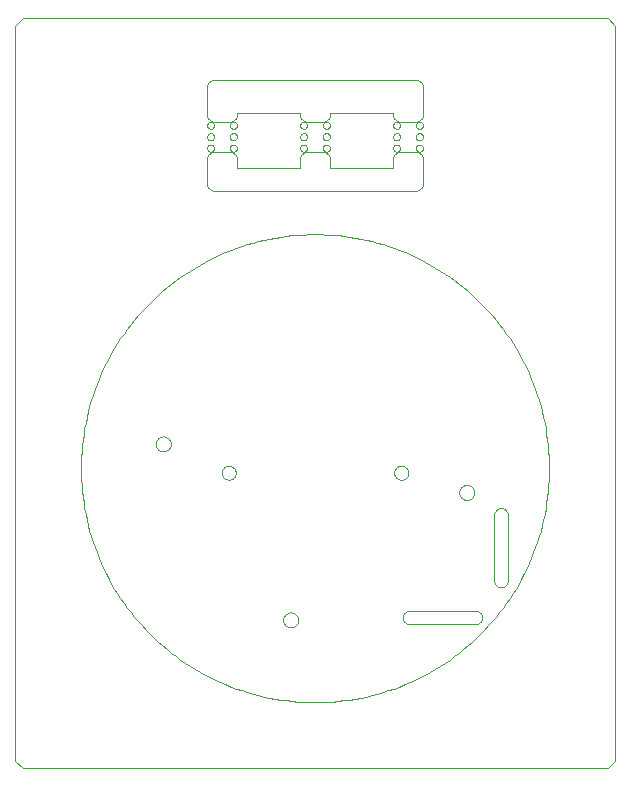
<source format=gko>
G75*
%MOIN*%
%OFA0B0*%
%FSLAX24Y24*%
%IPPOS*%
%LPD*%
%AMOC8*
5,1,8,0,0,1.08239X$1,22.5*
%
%ADD10C,0.0010*%
%ADD11C,0.0000*%
D10*
X003090Y010890D02*
X003092Y011081D01*
X003099Y011273D01*
X003111Y011464D01*
X003128Y011655D01*
X003149Y011845D01*
X003174Y012034D01*
X003205Y012224D01*
X003240Y012412D01*
X003280Y012599D01*
X003324Y012785D01*
X003373Y012970D01*
X003426Y013154D01*
X003484Y013337D01*
X003546Y013518D01*
X003613Y013697D01*
X003684Y013875D01*
X003759Y014051D01*
X003839Y014225D01*
X003923Y014397D01*
X004011Y014567D01*
X004103Y014735D01*
X004200Y014900D01*
X004300Y015063D01*
X004405Y015223D01*
X004513Y015381D01*
X004625Y015536D01*
X004741Y015689D01*
X004861Y015838D01*
X004984Y015985D01*
X005111Y016128D01*
X005241Y016268D01*
X005375Y016405D01*
X005512Y016539D01*
X005652Y016669D01*
X005795Y016796D01*
X005942Y016919D01*
X006091Y017039D01*
X006244Y017155D01*
X006399Y017267D01*
X006557Y017375D01*
X006717Y017480D01*
X006880Y017580D01*
X007045Y017677D01*
X007213Y017769D01*
X007383Y017857D01*
X007555Y017941D01*
X007729Y018021D01*
X007905Y018096D01*
X008083Y018167D01*
X008262Y018234D01*
X008443Y018296D01*
X008626Y018354D01*
X008810Y018407D01*
X008995Y018456D01*
X009181Y018500D01*
X009368Y018540D01*
X009556Y018575D01*
X009746Y018606D01*
X009935Y018631D01*
X010125Y018652D01*
X010316Y018669D01*
X010507Y018681D01*
X010699Y018688D01*
X010890Y018690D01*
X011081Y018688D01*
X011273Y018681D01*
X011464Y018669D01*
X011655Y018652D01*
X011845Y018631D01*
X012034Y018606D01*
X012224Y018575D01*
X012412Y018540D01*
X012599Y018500D01*
X012785Y018456D01*
X012970Y018407D01*
X013154Y018354D01*
X013337Y018296D01*
X013518Y018234D01*
X013697Y018167D01*
X013875Y018096D01*
X014051Y018021D01*
X014225Y017941D01*
X014397Y017857D01*
X014567Y017769D01*
X014735Y017677D01*
X014900Y017580D01*
X015063Y017480D01*
X015223Y017375D01*
X015381Y017267D01*
X015536Y017155D01*
X015689Y017039D01*
X015838Y016919D01*
X015985Y016796D01*
X016128Y016669D01*
X016268Y016539D01*
X016405Y016405D01*
X016539Y016268D01*
X016669Y016128D01*
X016796Y015985D01*
X016919Y015838D01*
X017039Y015689D01*
X017155Y015536D01*
X017267Y015381D01*
X017375Y015223D01*
X017480Y015063D01*
X017580Y014900D01*
X017677Y014735D01*
X017769Y014567D01*
X017857Y014397D01*
X017941Y014225D01*
X018021Y014051D01*
X018096Y013875D01*
X018167Y013697D01*
X018234Y013518D01*
X018296Y013337D01*
X018354Y013154D01*
X018407Y012970D01*
X018456Y012785D01*
X018500Y012599D01*
X018540Y012412D01*
X018575Y012224D01*
X018606Y012034D01*
X018631Y011845D01*
X018652Y011655D01*
X018669Y011464D01*
X018681Y011273D01*
X018688Y011081D01*
X018690Y010890D01*
X018688Y010699D01*
X018681Y010507D01*
X018669Y010316D01*
X018652Y010125D01*
X018631Y009935D01*
X018606Y009746D01*
X018575Y009556D01*
X018540Y009368D01*
X018500Y009181D01*
X018456Y008995D01*
X018407Y008810D01*
X018354Y008626D01*
X018296Y008443D01*
X018234Y008262D01*
X018167Y008083D01*
X018096Y007905D01*
X018021Y007729D01*
X017941Y007555D01*
X017857Y007383D01*
X017769Y007213D01*
X017677Y007045D01*
X017580Y006880D01*
X017480Y006717D01*
X017375Y006557D01*
X017267Y006399D01*
X017155Y006244D01*
X017039Y006091D01*
X016919Y005942D01*
X016796Y005795D01*
X016669Y005652D01*
X016539Y005512D01*
X016405Y005375D01*
X016268Y005241D01*
X016128Y005111D01*
X015985Y004984D01*
X015838Y004861D01*
X015689Y004741D01*
X015536Y004625D01*
X015381Y004513D01*
X015223Y004405D01*
X015063Y004300D01*
X014900Y004200D01*
X014735Y004103D01*
X014567Y004011D01*
X014397Y003923D01*
X014225Y003839D01*
X014051Y003759D01*
X013875Y003684D01*
X013697Y003613D01*
X013518Y003546D01*
X013337Y003484D01*
X013154Y003426D01*
X012970Y003373D01*
X012785Y003324D01*
X012599Y003280D01*
X012412Y003240D01*
X012224Y003205D01*
X012034Y003174D01*
X011845Y003149D01*
X011655Y003128D01*
X011464Y003111D01*
X011273Y003099D01*
X011081Y003092D01*
X010890Y003090D01*
X010699Y003092D01*
X010507Y003099D01*
X010316Y003111D01*
X010125Y003128D01*
X009935Y003149D01*
X009746Y003174D01*
X009556Y003205D01*
X009368Y003240D01*
X009181Y003280D01*
X008995Y003324D01*
X008810Y003373D01*
X008626Y003426D01*
X008443Y003484D01*
X008262Y003546D01*
X008083Y003613D01*
X007905Y003684D01*
X007729Y003759D01*
X007555Y003839D01*
X007383Y003923D01*
X007213Y004011D01*
X007045Y004103D01*
X006880Y004200D01*
X006717Y004300D01*
X006557Y004405D01*
X006399Y004513D01*
X006244Y004625D01*
X006091Y004741D01*
X005942Y004861D01*
X005795Y004984D01*
X005652Y005111D01*
X005512Y005241D01*
X005375Y005375D01*
X005241Y005512D01*
X005111Y005652D01*
X004984Y005795D01*
X004861Y005942D01*
X004741Y006091D01*
X004625Y006244D01*
X004513Y006399D01*
X004405Y006557D01*
X004300Y006717D01*
X004200Y006880D01*
X004103Y007045D01*
X004011Y007213D01*
X003923Y007383D01*
X003839Y007555D01*
X003759Y007729D01*
X003684Y007905D01*
X003613Y008083D01*
X003546Y008262D01*
X003484Y008443D01*
X003426Y008626D01*
X003373Y008810D01*
X003324Y008995D01*
X003280Y009181D01*
X003240Y009368D01*
X003205Y009556D01*
X003174Y009746D01*
X003149Y009935D01*
X003128Y010125D01*
X003111Y010316D01*
X003099Y010507D01*
X003092Y010699D01*
X003090Y010890D01*
D11*
X000890Y001140D02*
X001140Y000890D01*
X020640Y000890D01*
X020890Y001140D01*
X020890Y025640D01*
X020640Y025890D01*
X001140Y025890D01*
X000890Y025640D01*
X000890Y001140D01*
X007780Y010740D02*
X007782Y010770D01*
X007788Y010800D01*
X007797Y010828D01*
X007810Y010855D01*
X007827Y010881D01*
X007846Y010903D01*
X007868Y010924D01*
X007893Y010941D01*
X007920Y010955D01*
X007948Y010965D01*
X007977Y010972D01*
X008007Y010975D01*
X008038Y010974D01*
X008067Y010969D01*
X008096Y010961D01*
X008124Y010948D01*
X008149Y010933D01*
X008173Y010914D01*
X008194Y010892D01*
X008212Y010868D01*
X008227Y010842D01*
X008238Y010814D01*
X008246Y010785D01*
X008250Y010755D01*
X008250Y010725D01*
X008246Y010695D01*
X008238Y010666D01*
X008227Y010638D01*
X008212Y010612D01*
X008194Y010588D01*
X008173Y010566D01*
X008149Y010547D01*
X008124Y010532D01*
X008096Y010519D01*
X008067Y010511D01*
X008038Y010506D01*
X008007Y010505D01*
X007977Y010508D01*
X007948Y010515D01*
X007920Y010525D01*
X007893Y010539D01*
X007868Y010556D01*
X007846Y010577D01*
X007827Y010599D01*
X007810Y010625D01*
X007797Y010652D01*
X007788Y010680D01*
X007782Y010710D01*
X007780Y010740D01*
X005582Y011700D02*
X005584Y011731D01*
X005590Y011762D01*
X005600Y011792D01*
X005613Y011820D01*
X005630Y011847D01*
X005650Y011871D01*
X005673Y011893D01*
X005698Y011911D01*
X005726Y011926D01*
X005755Y011938D01*
X005785Y011946D01*
X005816Y011950D01*
X005848Y011950D01*
X005879Y011946D01*
X005909Y011938D01*
X005938Y011926D01*
X005966Y011911D01*
X005991Y011893D01*
X006014Y011871D01*
X006034Y011847D01*
X006051Y011820D01*
X006064Y011792D01*
X006074Y011762D01*
X006080Y011731D01*
X006082Y011700D01*
X006080Y011669D01*
X006074Y011638D01*
X006064Y011608D01*
X006051Y011580D01*
X006034Y011553D01*
X006014Y011529D01*
X005991Y011507D01*
X005966Y011489D01*
X005938Y011474D01*
X005909Y011462D01*
X005879Y011454D01*
X005848Y011450D01*
X005816Y011450D01*
X005785Y011454D01*
X005755Y011462D01*
X005726Y011474D01*
X005698Y011489D01*
X005673Y011507D01*
X005650Y011529D01*
X005630Y011553D01*
X005613Y011580D01*
X005600Y011608D01*
X005590Y011638D01*
X005584Y011669D01*
X005582Y011700D01*
X009830Y005832D02*
X009832Y005863D01*
X009838Y005894D01*
X009848Y005924D01*
X009861Y005952D01*
X009878Y005979D01*
X009898Y006003D01*
X009921Y006025D01*
X009946Y006043D01*
X009974Y006058D01*
X010003Y006070D01*
X010033Y006078D01*
X010064Y006082D01*
X010096Y006082D01*
X010127Y006078D01*
X010157Y006070D01*
X010186Y006058D01*
X010214Y006043D01*
X010239Y006025D01*
X010262Y006003D01*
X010282Y005979D01*
X010299Y005952D01*
X010312Y005924D01*
X010322Y005894D01*
X010328Y005863D01*
X010330Y005832D01*
X010328Y005801D01*
X010322Y005770D01*
X010312Y005740D01*
X010299Y005712D01*
X010282Y005685D01*
X010262Y005661D01*
X010239Y005639D01*
X010214Y005621D01*
X010186Y005606D01*
X010157Y005594D01*
X010127Y005586D01*
X010096Y005582D01*
X010064Y005582D01*
X010033Y005586D01*
X010003Y005594D01*
X009974Y005606D01*
X009946Y005621D01*
X009921Y005639D01*
X009898Y005661D01*
X009878Y005685D01*
X009861Y005712D01*
X009848Y005740D01*
X009838Y005770D01*
X009832Y005801D01*
X009830Y005832D01*
X014040Y005690D02*
X014012Y005692D01*
X013984Y005697D01*
X013957Y005706D01*
X013932Y005718D01*
X013908Y005733D01*
X013886Y005751D01*
X013867Y005772D01*
X013850Y005794D01*
X013836Y005819D01*
X013826Y005845D01*
X013819Y005873D01*
X013815Y005901D01*
X013815Y005929D01*
X013819Y005957D01*
X013826Y005985D01*
X013836Y006011D01*
X013850Y006036D01*
X013867Y006058D01*
X013886Y006079D01*
X013908Y006097D01*
X013932Y006112D01*
X013957Y006124D01*
X013984Y006133D01*
X014012Y006138D01*
X014040Y006140D01*
X016240Y006140D01*
X016268Y006138D01*
X016296Y006133D01*
X016323Y006124D01*
X016348Y006112D01*
X016372Y006097D01*
X016394Y006079D01*
X016413Y006058D01*
X016430Y006036D01*
X016444Y006011D01*
X016454Y005985D01*
X016461Y005957D01*
X016465Y005929D01*
X016465Y005901D01*
X016461Y005873D01*
X016454Y005845D01*
X016444Y005819D01*
X016430Y005794D01*
X016413Y005772D01*
X016394Y005751D01*
X016372Y005733D01*
X016348Y005718D01*
X016323Y005706D01*
X016296Y005697D01*
X016268Y005692D01*
X016240Y005690D01*
X014040Y005690D01*
X016865Y007140D02*
X016865Y009340D01*
X016867Y009368D01*
X016872Y009396D01*
X016881Y009423D01*
X016893Y009448D01*
X016908Y009472D01*
X016926Y009494D01*
X016947Y009513D01*
X016969Y009530D01*
X016994Y009544D01*
X017020Y009554D01*
X017048Y009561D01*
X017076Y009565D01*
X017104Y009565D01*
X017132Y009561D01*
X017160Y009554D01*
X017186Y009544D01*
X017211Y009530D01*
X017233Y009513D01*
X017254Y009494D01*
X017272Y009472D01*
X017287Y009448D01*
X017299Y009423D01*
X017308Y009396D01*
X017313Y009368D01*
X017315Y009340D01*
X017315Y007140D01*
X017313Y007112D01*
X017308Y007084D01*
X017299Y007057D01*
X017287Y007032D01*
X017272Y007008D01*
X017254Y006986D01*
X017233Y006967D01*
X017211Y006950D01*
X017186Y006936D01*
X017160Y006926D01*
X017132Y006919D01*
X017104Y006915D01*
X017076Y006915D01*
X017048Y006919D01*
X017020Y006926D01*
X016994Y006936D01*
X016969Y006950D01*
X016947Y006967D01*
X016926Y006986D01*
X016908Y007008D01*
X016893Y007032D01*
X016881Y007057D01*
X016872Y007084D01*
X016867Y007112D01*
X016865Y007140D01*
X015698Y010080D02*
X015700Y010111D01*
X015706Y010142D01*
X015716Y010172D01*
X015729Y010200D01*
X015746Y010227D01*
X015766Y010251D01*
X015789Y010273D01*
X015814Y010291D01*
X015842Y010306D01*
X015871Y010318D01*
X015901Y010326D01*
X015932Y010330D01*
X015964Y010330D01*
X015995Y010326D01*
X016025Y010318D01*
X016054Y010306D01*
X016082Y010291D01*
X016107Y010273D01*
X016130Y010251D01*
X016150Y010227D01*
X016167Y010200D01*
X016180Y010172D01*
X016190Y010142D01*
X016196Y010111D01*
X016198Y010080D01*
X016196Y010049D01*
X016190Y010018D01*
X016180Y009988D01*
X016167Y009960D01*
X016150Y009933D01*
X016130Y009909D01*
X016107Y009887D01*
X016082Y009869D01*
X016054Y009854D01*
X016025Y009842D01*
X015995Y009834D01*
X015964Y009830D01*
X015932Y009830D01*
X015901Y009834D01*
X015871Y009842D01*
X015842Y009854D01*
X015814Y009869D01*
X015789Y009887D01*
X015766Y009909D01*
X015746Y009933D01*
X015729Y009960D01*
X015716Y009988D01*
X015706Y010018D01*
X015700Y010049D01*
X015698Y010080D01*
X013530Y010740D02*
X013532Y010770D01*
X013538Y010800D01*
X013547Y010828D01*
X013560Y010855D01*
X013577Y010881D01*
X013596Y010903D01*
X013618Y010924D01*
X013643Y010941D01*
X013670Y010955D01*
X013698Y010965D01*
X013727Y010972D01*
X013757Y010975D01*
X013788Y010974D01*
X013817Y010969D01*
X013846Y010961D01*
X013874Y010948D01*
X013899Y010933D01*
X013923Y010914D01*
X013944Y010892D01*
X013962Y010868D01*
X013977Y010842D01*
X013988Y010814D01*
X013996Y010785D01*
X014000Y010755D01*
X014000Y010725D01*
X013996Y010695D01*
X013988Y010666D01*
X013977Y010638D01*
X013962Y010612D01*
X013944Y010588D01*
X013923Y010566D01*
X013899Y010547D01*
X013874Y010532D01*
X013846Y010519D01*
X013817Y010511D01*
X013788Y010506D01*
X013757Y010505D01*
X013727Y010508D01*
X013698Y010515D01*
X013670Y010525D01*
X013643Y010539D01*
X013618Y010556D01*
X013596Y010577D01*
X013577Y010599D01*
X013560Y010625D01*
X013547Y010652D01*
X013538Y010680D01*
X013532Y010710D01*
X013530Y010740D01*
X014240Y020140D02*
X007540Y020140D01*
X007510Y020142D01*
X007480Y020147D01*
X007451Y020156D01*
X007424Y020169D01*
X007398Y020184D01*
X007374Y020203D01*
X007353Y020224D01*
X007334Y020248D01*
X007319Y020274D01*
X007306Y020301D01*
X007297Y020330D01*
X007292Y020360D01*
X007290Y020390D01*
X007290Y021190D01*
X007292Y021220D01*
X007297Y021250D01*
X007306Y021279D01*
X007319Y021306D01*
X007334Y021332D01*
X007353Y021356D01*
X007374Y021377D01*
X007398Y021396D01*
X007424Y021411D01*
X007451Y021424D01*
X007480Y021433D01*
X007510Y021438D01*
X007540Y021440D01*
X008040Y021440D01*
X008052Y021560D02*
X008054Y021581D01*
X008060Y021601D01*
X008069Y021621D01*
X008081Y021638D01*
X008096Y021652D01*
X008114Y021664D01*
X008134Y021672D01*
X008154Y021677D01*
X008175Y021678D01*
X008196Y021675D01*
X008216Y021669D01*
X008235Y021658D01*
X008252Y021645D01*
X008265Y021629D01*
X008276Y021611D01*
X008284Y021591D01*
X008288Y021571D01*
X008288Y021549D01*
X008284Y021529D01*
X008276Y021509D01*
X008265Y021491D01*
X008252Y021475D01*
X008235Y021462D01*
X008216Y021451D01*
X008196Y021445D01*
X008175Y021442D01*
X008154Y021443D01*
X008134Y021448D01*
X008114Y021456D01*
X008096Y021468D01*
X008081Y021482D01*
X008069Y021499D01*
X008060Y021519D01*
X008054Y021539D01*
X008052Y021560D01*
X008040Y021440D02*
X008070Y021438D01*
X008100Y021433D01*
X008129Y021424D01*
X008156Y021411D01*
X008182Y021396D01*
X008206Y021377D01*
X008227Y021356D01*
X008246Y021332D01*
X008261Y021306D01*
X008274Y021279D01*
X008283Y021250D01*
X008288Y021220D01*
X008290Y021190D01*
X008290Y020890D01*
X010390Y020890D01*
X010390Y021190D01*
X010392Y021220D01*
X010397Y021250D01*
X010406Y021279D01*
X010419Y021306D01*
X010434Y021332D01*
X010453Y021356D01*
X010474Y021377D01*
X010498Y021396D01*
X010524Y021411D01*
X010551Y021424D01*
X010580Y021433D01*
X010610Y021438D01*
X010640Y021440D01*
X011140Y021440D01*
X011152Y021560D02*
X011154Y021581D01*
X011160Y021601D01*
X011169Y021621D01*
X011181Y021638D01*
X011196Y021652D01*
X011214Y021664D01*
X011234Y021672D01*
X011254Y021677D01*
X011275Y021678D01*
X011296Y021675D01*
X011316Y021669D01*
X011335Y021658D01*
X011352Y021645D01*
X011365Y021629D01*
X011376Y021611D01*
X011384Y021591D01*
X011388Y021571D01*
X011388Y021549D01*
X011384Y021529D01*
X011376Y021509D01*
X011365Y021491D01*
X011352Y021475D01*
X011335Y021462D01*
X011316Y021451D01*
X011296Y021445D01*
X011275Y021442D01*
X011254Y021443D01*
X011234Y021448D01*
X011214Y021456D01*
X011196Y021468D01*
X011181Y021482D01*
X011169Y021499D01*
X011160Y021519D01*
X011154Y021539D01*
X011152Y021560D01*
X011140Y021440D02*
X011170Y021438D01*
X011200Y021433D01*
X011229Y021424D01*
X011256Y021411D01*
X011282Y021396D01*
X011306Y021377D01*
X011327Y021356D01*
X011346Y021332D01*
X011361Y021306D01*
X011374Y021279D01*
X011383Y021250D01*
X011388Y021220D01*
X011390Y021190D01*
X011390Y020890D01*
X013490Y020890D01*
X013490Y021190D01*
X013492Y021560D02*
X013494Y021581D01*
X013500Y021601D01*
X013509Y021621D01*
X013521Y021638D01*
X013536Y021652D01*
X013554Y021664D01*
X013574Y021672D01*
X013594Y021677D01*
X013615Y021678D01*
X013636Y021675D01*
X013656Y021669D01*
X013675Y021658D01*
X013692Y021645D01*
X013705Y021629D01*
X013716Y021611D01*
X013724Y021591D01*
X013728Y021571D01*
X013728Y021549D01*
X013724Y021529D01*
X013716Y021509D01*
X013705Y021491D01*
X013692Y021475D01*
X013675Y021462D01*
X013656Y021451D01*
X013636Y021445D01*
X013615Y021442D01*
X013594Y021443D01*
X013574Y021448D01*
X013554Y021456D01*
X013536Y021468D01*
X013521Y021482D01*
X013509Y021499D01*
X013500Y021519D01*
X013494Y021539D01*
X013492Y021560D01*
X013492Y021940D02*
X013494Y021961D01*
X013500Y021981D01*
X013509Y022001D01*
X013521Y022018D01*
X013536Y022032D01*
X013554Y022044D01*
X013574Y022052D01*
X013594Y022057D01*
X013615Y022058D01*
X013636Y022055D01*
X013656Y022049D01*
X013675Y022038D01*
X013692Y022025D01*
X013705Y022009D01*
X013716Y021991D01*
X013724Y021971D01*
X013728Y021951D01*
X013728Y021929D01*
X013724Y021909D01*
X013716Y021889D01*
X013705Y021871D01*
X013692Y021855D01*
X013675Y021842D01*
X013656Y021831D01*
X013636Y021825D01*
X013615Y021822D01*
X013594Y021823D01*
X013574Y021828D01*
X013554Y021836D01*
X013536Y021848D01*
X013521Y021862D01*
X013509Y021879D01*
X013500Y021899D01*
X013494Y021919D01*
X013492Y021940D01*
X013492Y022320D02*
X013494Y022341D01*
X013500Y022361D01*
X013509Y022381D01*
X013521Y022398D01*
X013536Y022412D01*
X013554Y022424D01*
X013574Y022432D01*
X013594Y022437D01*
X013615Y022438D01*
X013636Y022435D01*
X013656Y022429D01*
X013675Y022418D01*
X013692Y022405D01*
X013705Y022389D01*
X013716Y022371D01*
X013724Y022351D01*
X013728Y022331D01*
X013728Y022309D01*
X013724Y022289D01*
X013716Y022269D01*
X013705Y022251D01*
X013692Y022235D01*
X013675Y022222D01*
X013656Y022211D01*
X013636Y022205D01*
X013615Y022202D01*
X013594Y022203D01*
X013574Y022208D01*
X013554Y022216D01*
X013536Y022228D01*
X013521Y022242D01*
X013509Y022259D01*
X013500Y022279D01*
X013494Y022299D01*
X013492Y022320D01*
X013490Y022690D02*
X013490Y022740D01*
X011390Y022740D01*
X011390Y022690D01*
X011388Y022660D01*
X011383Y022630D01*
X011374Y022601D01*
X011361Y022574D01*
X011346Y022548D01*
X011327Y022524D01*
X011306Y022503D01*
X011282Y022484D01*
X011256Y022469D01*
X011229Y022456D01*
X011200Y022447D01*
X011170Y022442D01*
X011140Y022440D01*
X010640Y022440D01*
X010392Y022320D02*
X010394Y022341D01*
X010400Y022361D01*
X010409Y022381D01*
X010421Y022398D01*
X010436Y022412D01*
X010454Y022424D01*
X010474Y022432D01*
X010494Y022437D01*
X010515Y022438D01*
X010536Y022435D01*
X010556Y022429D01*
X010575Y022418D01*
X010592Y022405D01*
X010605Y022389D01*
X010616Y022371D01*
X010624Y022351D01*
X010628Y022331D01*
X010628Y022309D01*
X010624Y022289D01*
X010616Y022269D01*
X010605Y022251D01*
X010592Y022235D01*
X010575Y022222D01*
X010556Y022211D01*
X010536Y022205D01*
X010515Y022202D01*
X010494Y022203D01*
X010474Y022208D01*
X010454Y022216D01*
X010436Y022228D01*
X010421Y022242D01*
X010409Y022259D01*
X010400Y022279D01*
X010394Y022299D01*
X010392Y022320D01*
X010390Y022690D02*
X010390Y022740D01*
X008290Y022740D01*
X008290Y022690D01*
X008052Y022320D02*
X008054Y022341D01*
X008060Y022361D01*
X008069Y022381D01*
X008081Y022398D01*
X008096Y022412D01*
X008114Y022424D01*
X008134Y022432D01*
X008154Y022437D01*
X008175Y022438D01*
X008196Y022435D01*
X008216Y022429D01*
X008235Y022418D01*
X008252Y022405D01*
X008265Y022389D01*
X008276Y022371D01*
X008284Y022351D01*
X008288Y022331D01*
X008288Y022309D01*
X008284Y022289D01*
X008276Y022269D01*
X008265Y022251D01*
X008252Y022235D01*
X008235Y022222D01*
X008216Y022211D01*
X008196Y022205D01*
X008175Y022202D01*
X008154Y022203D01*
X008134Y022208D01*
X008114Y022216D01*
X008096Y022228D01*
X008081Y022242D01*
X008069Y022259D01*
X008060Y022279D01*
X008054Y022299D01*
X008052Y022320D01*
X008040Y022440D02*
X007540Y022440D01*
X007292Y022320D02*
X007294Y022341D01*
X007300Y022361D01*
X007309Y022381D01*
X007321Y022398D01*
X007336Y022412D01*
X007354Y022424D01*
X007374Y022432D01*
X007394Y022437D01*
X007415Y022438D01*
X007436Y022435D01*
X007456Y022429D01*
X007475Y022418D01*
X007492Y022405D01*
X007505Y022389D01*
X007516Y022371D01*
X007524Y022351D01*
X007528Y022331D01*
X007528Y022309D01*
X007524Y022289D01*
X007516Y022269D01*
X007505Y022251D01*
X007492Y022235D01*
X007475Y022222D01*
X007456Y022211D01*
X007436Y022205D01*
X007415Y022202D01*
X007394Y022203D01*
X007374Y022208D01*
X007354Y022216D01*
X007336Y022228D01*
X007321Y022242D01*
X007309Y022259D01*
X007300Y022279D01*
X007294Y022299D01*
X007292Y022320D01*
X007290Y022690D02*
X007290Y023590D01*
X007292Y023620D01*
X007297Y023650D01*
X007306Y023679D01*
X007319Y023706D01*
X007334Y023732D01*
X007353Y023756D01*
X007374Y023777D01*
X007398Y023796D01*
X007424Y023811D01*
X007451Y023824D01*
X007480Y023833D01*
X007510Y023838D01*
X007540Y023840D01*
X014240Y023840D01*
X014270Y023838D01*
X014300Y023833D01*
X014329Y023824D01*
X014356Y023811D01*
X014382Y023796D01*
X014406Y023777D01*
X014427Y023756D01*
X014446Y023732D01*
X014461Y023706D01*
X014474Y023679D01*
X014483Y023650D01*
X014488Y023620D01*
X014490Y023590D01*
X014490Y022690D01*
X014488Y022660D01*
X014483Y022630D01*
X014474Y022601D01*
X014461Y022574D01*
X014446Y022548D01*
X014427Y022524D01*
X014406Y022503D01*
X014382Y022484D01*
X014356Y022469D01*
X014329Y022456D01*
X014300Y022447D01*
X014270Y022442D01*
X014240Y022440D01*
X013740Y022440D01*
X013710Y022442D01*
X013680Y022447D01*
X013651Y022456D01*
X013624Y022469D01*
X013598Y022484D01*
X013574Y022503D01*
X013553Y022524D01*
X013534Y022548D01*
X013519Y022574D01*
X013506Y022601D01*
X013497Y022630D01*
X013492Y022660D01*
X013490Y022690D01*
X014252Y022320D02*
X014254Y022341D01*
X014260Y022361D01*
X014269Y022381D01*
X014281Y022398D01*
X014296Y022412D01*
X014314Y022424D01*
X014334Y022432D01*
X014354Y022437D01*
X014375Y022438D01*
X014396Y022435D01*
X014416Y022429D01*
X014435Y022418D01*
X014452Y022405D01*
X014465Y022389D01*
X014476Y022371D01*
X014484Y022351D01*
X014488Y022331D01*
X014488Y022309D01*
X014484Y022289D01*
X014476Y022269D01*
X014465Y022251D01*
X014452Y022235D01*
X014435Y022222D01*
X014416Y022211D01*
X014396Y022205D01*
X014375Y022202D01*
X014354Y022203D01*
X014334Y022208D01*
X014314Y022216D01*
X014296Y022228D01*
X014281Y022242D01*
X014269Y022259D01*
X014260Y022279D01*
X014254Y022299D01*
X014252Y022320D01*
X014252Y021940D02*
X014254Y021961D01*
X014260Y021981D01*
X014269Y022001D01*
X014281Y022018D01*
X014296Y022032D01*
X014314Y022044D01*
X014334Y022052D01*
X014354Y022057D01*
X014375Y022058D01*
X014396Y022055D01*
X014416Y022049D01*
X014435Y022038D01*
X014452Y022025D01*
X014465Y022009D01*
X014476Y021991D01*
X014484Y021971D01*
X014488Y021951D01*
X014488Y021929D01*
X014484Y021909D01*
X014476Y021889D01*
X014465Y021871D01*
X014452Y021855D01*
X014435Y021842D01*
X014416Y021831D01*
X014396Y021825D01*
X014375Y021822D01*
X014354Y021823D01*
X014334Y021828D01*
X014314Y021836D01*
X014296Y021848D01*
X014281Y021862D01*
X014269Y021879D01*
X014260Y021899D01*
X014254Y021919D01*
X014252Y021940D01*
X014252Y021560D02*
X014254Y021581D01*
X014260Y021601D01*
X014269Y021621D01*
X014281Y021638D01*
X014296Y021652D01*
X014314Y021664D01*
X014334Y021672D01*
X014354Y021677D01*
X014375Y021678D01*
X014396Y021675D01*
X014416Y021669D01*
X014435Y021658D01*
X014452Y021645D01*
X014465Y021629D01*
X014476Y021611D01*
X014484Y021591D01*
X014488Y021571D01*
X014488Y021549D01*
X014484Y021529D01*
X014476Y021509D01*
X014465Y021491D01*
X014452Y021475D01*
X014435Y021462D01*
X014416Y021451D01*
X014396Y021445D01*
X014375Y021442D01*
X014354Y021443D01*
X014334Y021448D01*
X014314Y021456D01*
X014296Y021468D01*
X014281Y021482D01*
X014269Y021499D01*
X014260Y021519D01*
X014254Y021539D01*
X014252Y021560D01*
X014240Y021440D02*
X013740Y021440D01*
X013710Y021438D01*
X013680Y021433D01*
X013651Y021424D01*
X013624Y021411D01*
X013598Y021396D01*
X013574Y021377D01*
X013553Y021356D01*
X013534Y021332D01*
X013519Y021306D01*
X013506Y021279D01*
X013497Y021250D01*
X013492Y021220D01*
X013490Y021190D01*
X014240Y021440D02*
X014270Y021438D01*
X014300Y021433D01*
X014329Y021424D01*
X014356Y021411D01*
X014382Y021396D01*
X014406Y021377D01*
X014427Y021356D01*
X014446Y021332D01*
X014461Y021306D01*
X014474Y021279D01*
X014483Y021250D01*
X014488Y021220D01*
X014490Y021190D01*
X014490Y020390D01*
X014488Y020360D01*
X014483Y020330D01*
X014474Y020301D01*
X014461Y020274D01*
X014446Y020248D01*
X014427Y020224D01*
X014406Y020203D01*
X014382Y020184D01*
X014356Y020169D01*
X014329Y020156D01*
X014300Y020147D01*
X014270Y020142D01*
X014240Y020140D01*
X011152Y021940D02*
X011154Y021961D01*
X011160Y021981D01*
X011169Y022001D01*
X011181Y022018D01*
X011196Y022032D01*
X011214Y022044D01*
X011234Y022052D01*
X011254Y022057D01*
X011275Y022058D01*
X011296Y022055D01*
X011316Y022049D01*
X011335Y022038D01*
X011352Y022025D01*
X011365Y022009D01*
X011376Y021991D01*
X011384Y021971D01*
X011388Y021951D01*
X011388Y021929D01*
X011384Y021909D01*
X011376Y021889D01*
X011365Y021871D01*
X011352Y021855D01*
X011335Y021842D01*
X011316Y021831D01*
X011296Y021825D01*
X011275Y021822D01*
X011254Y021823D01*
X011234Y021828D01*
X011214Y021836D01*
X011196Y021848D01*
X011181Y021862D01*
X011169Y021879D01*
X011160Y021899D01*
X011154Y021919D01*
X011152Y021940D01*
X011152Y022320D02*
X011154Y022341D01*
X011160Y022361D01*
X011169Y022381D01*
X011181Y022398D01*
X011196Y022412D01*
X011214Y022424D01*
X011234Y022432D01*
X011254Y022437D01*
X011275Y022438D01*
X011296Y022435D01*
X011316Y022429D01*
X011335Y022418D01*
X011352Y022405D01*
X011365Y022389D01*
X011376Y022371D01*
X011384Y022351D01*
X011388Y022331D01*
X011388Y022309D01*
X011384Y022289D01*
X011376Y022269D01*
X011365Y022251D01*
X011352Y022235D01*
X011335Y022222D01*
X011316Y022211D01*
X011296Y022205D01*
X011275Y022202D01*
X011254Y022203D01*
X011234Y022208D01*
X011214Y022216D01*
X011196Y022228D01*
X011181Y022242D01*
X011169Y022259D01*
X011160Y022279D01*
X011154Y022299D01*
X011152Y022320D01*
X010640Y022440D02*
X010610Y022442D01*
X010580Y022447D01*
X010551Y022456D01*
X010524Y022469D01*
X010498Y022484D01*
X010474Y022503D01*
X010453Y022524D01*
X010434Y022548D01*
X010419Y022574D01*
X010406Y022601D01*
X010397Y022630D01*
X010392Y022660D01*
X010390Y022690D01*
X010392Y021940D02*
X010394Y021961D01*
X010400Y021981D01*
X010409Y022001D01*
X010421Y022018D01*
X010436Y022032D01*
X010454Y022044D01*
X010474Y022052D01*
X010494Y022057D01*
X010515Y022058D01*
X010536Y022055D01*
X010556Y022049D01*
X010575Y022038D01*
X010592Y022025D01*
X010605Y022009D01*
X010616Y021991D01*
X010624Y021971D01*
X010628Y021951D01*
X010628Y021929D01*
X010624Y021909D01*
X010616Y021889D01*
X010605Y021871D01*
X010592Y021855D01*
X010575Y021842D01*
X010556Y021831D01*
X010536Y021825D01*
X010515Y021822D01*
X010494Y021823D01*
X010474Y021828D01*
X010454Y021836D01*
X010436Y021848D01*
X010421Y021862D01*
X010409Y021879D01*
X010400Y021899D01*
X010394Y021919D01*
X010392Y021940D01*
X010392Y021560D02*
X010394Y021581D01*
X010400Y021601D01*
X010409Y021621D01*
X010421Y021638D01*
X010436Y021652D01*
X010454Y021664D01*
X010474Y021672D01*
X010494Y021677D01*
X010515Y021678D01*
X010536Y021675D01*
X010556Y021669D01*
X010575Y021658D01*
X010592Y021645D01*
X010605Y021629D01*
X010616Y021611D01*
X010624Y021591D01*
X010628Y021571D01*
X010628Y021549D01*
X010624Y021529D01*
X010616Y021509D01*
X010605Y021491D01*
X010592Y021475D01*
X010575Y021462D01*
X010556Y021451D01*
X010536Y021445D01*
X010515Y021442D01*
X010494Y021443D01*
X010474Y021448D01*
X010454Y021456D01*
X010436Y021468D01*
X010421Y021482D01*
X010409Y021499D01*
X010400Y021519D01*
X010394Y021539D01*
X010392Y021560D01*
X008052Y021940D02*
X008054Y021961D01*
X008060Y021981D01*
X008069Y022001D01*
X008081Y022018D01*
X008096Y022032D01*
X008114Y022044D01*
X008134Y022052D01*
X008154Y022057D01*
X008175Y022058D01*
X008196Y022055D01*
X008216Y022049D01*
X008235Y022038D01*
X008252Y022025D01*
X008265Y022009D01*
X008276Y021991D01*
X008284Y021971D01*
X008288Y021951D01*
X008288Y021929D01*
X008284Y021909D01*
X008276Y021889D01*
X008265Y021871D01*
X008252Y021855D01*
X008235Y021842D01*
X008216Y021831D01*
X008196Y021825D01*
X008175Y021822D01*
X008154Y021823D01*
X008134Y021828D01*
X008114Y021836D01*
X008096Y021848D01*
X008081Y021862D01*
X008069Y021879D01*
X008060Y021899D01*
X008054Y021919D01*
X008052Y021940D01*
X007292Y021940D02*
X007294Y021961D01*
X007300Y021981D01*
X007309Y022001D01*
X007321Y022018D01*
X007336Y022032D01*
X007354Y022044D01*
X007374Y022052D01*
X007394Y022057D01*
X007415Y022058D01*
X007436Y022055D01*
X007456Y022049D01*
X007475Y022038D01*
X007492Y022025D01*
X007505Y022009D01*
X007516Y021991D01*
X007524Y021971D01*
X007528Y021951D01*
X007528Y021929D01*
X007524Y021909D01*
X007516Y021889D01*
X007505Y021871D01*
X007492Y021855D01*
X007475Y021842D01*
X007456Y021831D01*
X007436Y021825D01*
X007415Y021822D01*
X007394Y021823D01*
X007374Y021828D01*
X007354Y021836D01*
X007336Y021848D01*
X007321Y021862D01*
X007309Y021879D01*
X007300Y021899D01*
X007294Y021919D01*
X007292Y021940D01*
X007292Y021560D02*
X007294Y021581D01*
X007300Y021601D01*
X007309Y021621D01*
X007321Y021638D01*
X007336Y021652D01*
X007354Y021664D01*
X007374Y021672D01*
X007394Y021677D01*
X007415Y021678D01*
X007436Y021675D01*
X007456Y021669D01*
X007475Y021658D01*
X007492Y021645D01*
X007505Y021629D01*
X007516Y021611D01*
X007524Y021591D01*
X007528Y021571D01*
X007528Y021549D01*
X007524Y021529D01*
X007516Y021509D01*
X007505Y021491D01*
X007492Y021475D01*
X007475Y021462D01*
X007456Y021451D01*
X007436Y021445D01*
X007415Y021442D01*
X007394Y021443D01*
X007374Y021448D01*
X007354Y021456D01*
X007336Y021468D01*
X007321Y021482D01*
X007309Y021499D01*
X007300Y021519D01*
X007294Y021539D01*
X007292Y021560D01*
X007540Y022440D02*
X007510Y022442D01*
X007480Y022447D01*
X007451Y022456D01*
X007424Y022469D01*
X007398Y022484D01*
X007374Y022503D01*
X007353Y022524D01*
X007334Y022548D01*
X007319Y022574D01*
X007306Y022601D01*
X007297Y022630D01*
X007292Y022660D01*
X007290Y022690D01*
X008040Y022440D02*
X008070Y022442D01*
X008100Y022447D01*
X008129Y022456D01*
X008156Y022469D01*
X008182Y022484D01*
X008206Y022503D01*
X008227Y022524D01*
X008246Y022548D01*
X008261Y022574D01*
X008274Y022601D01*
X008283Y022630D01*
X008288Y022660D01*
X008290Y022690D01*
M02*

</source>
